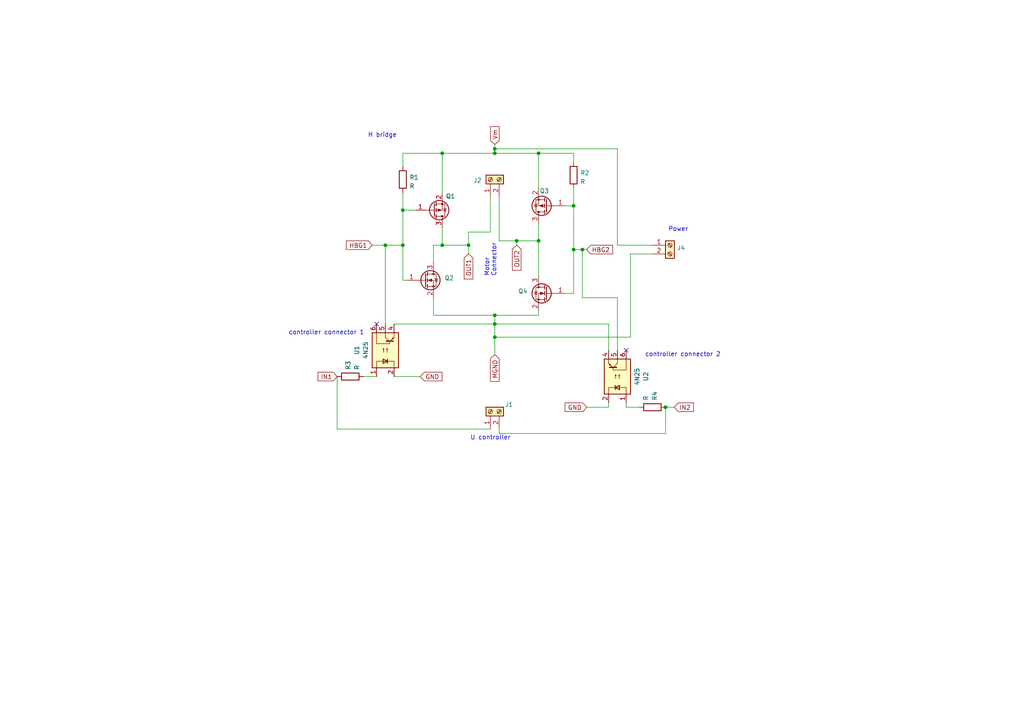
<source format=kicad_sch>
(kicad_sch
	(version 20250114)
	(generator "eeschema")
	(generator_version "9.0")
	(uuid "3d5fb0cd-65e8-4050-aa50-0da774712664")
	(paper "A4")
	(title_block
		(title "H-Bridge ")
		(date "2025-07-08")
		(company "own")
		(comment 1 "22221023_Farhan Masud")
	)
	(lib_symbols
		(symbol "AO3401A_1"
			(pin_names
				(hide yes)
			)
			(exclude_from_sim no)
			(in_bom yes)
			(on_board yes)
			(property "Reference" "Q"
				(at 5.08 1.905 0)
				(effects
					(font
						(size 1.27 1.27)
					)
					(justify left)
				)
			)
			(property "Value" "AO3401A"
				(at 5.08 0 0)
				(effects
					(font
						(size 1.27 1.27)
					)
					(justify left)
				)
			)
			(property "Footprint" "Package_TO_SOT_SMD:SOT-23"
				(at 5.08 -1.905 0)
				(effects
					(font
						(size 1.27 1.27)
						(italic yes)
					)
					(justify left)
					(hide yes)
				)
			)
			(property "Datasheet" "http://www.aosmd.com/pdfs/datasheet/AO3401A.pdf"
				(at 5.08 -3.81 0)
				(effects
					(font
						(size 1.27 1.27)
					)
					(justify left)
					(hide yes)
				)
			)
			(property "Description" "-4.0A Id, -30V Vds, P-Channel MOSFET, SOT-23"
				(at 0 0 0)
				(effects
					(font
						(size 1.27 1.27)
					)
					(hide yes)
				)
			)
			(property "ki_keywords" "P-Channel MOSFET"
				(at 0 0 0)
				(effects
					(font
						(size 1.27 1.27)
					)
					(hide yes)
				)
			)
			(property "ki_fp_filters" "SOT?23*"
				(at 0 0 0)
				(effects
					(font
						(size 1.27 1.27)
					)
					(hide yes)
				)
			)
			(symbol "AO3401A_1_0_1"
				(polyline
					(pts
						(xy 0.254 1.905) (xy 0.254 -1.905)
					)
					(stroke
						(width 0.254)
						(type default)
					)
					(fill
						(type none)
					)
				)
				(polyline
					(pts
						(xy 0.254 0) (xy -2.54 0)
					)
					(stroke
						(width 0)
						(type default)
					)
					(fill
						(type none)
					)
				)
				(polyline
					(pts
						(xy 0.762 2.286) (xy 0.762 1.27)
					)
					(stroke
						(width 0.254)
						(type default)
					)
					(fill
						(type none)
					)
				)
				(polyline
					(pts
						(xy 0.762 1.778) (xy 3.302 1.778) (xy 3.302 -1.778) (xy 0.762 -1.778)
					)
					(stroke
						(width 0)
						(type default)
					)
					(fill
						(type none)
					)
				)
				(polyline
					(pts
						(xy 0.762 0.508) (xy 0.762 -0.508)
					)
					(stroke
						(width 0.254)
						(type default)
					)
					(fill
						(type none)
					)
				)
				(polyline
					(pts
						(xy 0.762 -1.27) (xy 0.762 -2.286)
					)
					(stroke
						(width 0.254)
						(type default)
					)
					(fill
						(type none)
					)
				)
				(circle
					(center 1.651 0)
					(radius 2.794)
					(stroke
						(width 0.254)
						(type default)
					)
					(fill
						(type none)
					)
				)
				(polyline
					(pts
						(xy 2.286 0) (xy 1.27 0.381) (xy 1.27 -0.381) (xy 2.286 0)
					)
					(stroke
						(width 0)
						(type default)
					)
					(fill
						(type outline)
					)
				)
				(polyline
					(pts
						(xy 2.54 2.54) (xy 2.54 1.778)
					)
					(stroke
						(width 0)
						(type default)
					)
					(fill
						(type none)
					)
				)
				(circle
					(center 2.54 1.778)
					(radius 0.254)
					(stroke
						(width 0)
						(type default)
					)
					(fill
						(type outline)
					)
				)
				(circle
					(center 2.54 -1.778)
					(radius 0.254)
					(stroke
						(width 0)
						(type default)
					)
					(fill
						(type outline)
					)
				)
				(polyline
					(pts
						(xy 2.54 -2.54) (xy 2.54 0) (xy 0.762 0)
					)
					(stroke
						(width 0)
						(type default)
					)
					(fill
						(type none)
					)
				)
				(polyline
					(pts
						(xy 2.794 -0.508) (xy 2.921 -0.381) (xy 3.683 -0.381) (xy 3.81 -0.254)
					)
					(stroke
						(width 0)
						(type default)
					)
					(fill
						(type none)
					)
				)
				(polyline
					(pts
						(xy 3.302 -0.381) (xy 2.921 0.254) (xy 3.683 0.254) (xy 3.302 -0.381)
					)
					(stroke
						(width 0)
						(type default)
					)
					(fill
						(type none)
					)
				)
			)
			(symbol "AO3401A_1_1_1"
				(pin input line
					(at -5.08 0 0)
					(length 2.54)
					(name "G"
						(effects
							(font
								(size 1.27 1.27)
							)
						)
					)
					(number "1"
						(effects
							(font
								(size 1.27 1.27)
							)
						)
					)
				)
				(pin passive line
					(at 2.54 5.08 270)
					(length 2.54)
					(name "D"
						(effects
							(font
								(size 1.27 1.27)
							)
						)
					)
					(number "3"
						(effects
							(font
								(size 1.27 1.27)
							)
						)
					)
				)
				(pin passive line
					(at 2.54 -5.08 90)
					(length 2.54)
					(name "S"
						(effects
							(font
								(size 1.27 1.27)
							)
						)
					)
					(number "2"
						(effects
							(font
								(size 1.27 1.27)
							)
						)
					)
				)
			)
			(embedded_fonts no)
		)
		(symbol "Connector:Screw_Terminal_01x02"
			(pin_names
				(offset 1.016)
				(hide yes)
			)
			(exclude_from_sim no)
			(in_bom yes)
			(on_board yes)
			(property "Reference" "J"
				(at 0 2.54 0)
				(effects
					(font
						(size 1.27 1.27)
					)
				)
			)
			(property "Value" "Screw_Terminal_01x02"
				(at 0 -5.08 0)
				(effects
					(font
						(size 1.27 1.27)
					)
				)
			)
			(property "Footprint" ""
				(at 0 0 0)
				(effects
					(font
						(size 1.27 1.27)
					)
					(hide yes)
				)
			)
			(property "Datasheet" "~"
				(at 0 0 0)
				(effects
					(font
						(size 1.27 1.27)
					)
					(hide yes)
				)
			)
			(property "Description" "Generic screw terminal, single row, 01x02, script generated (kicad-library-utils/schlib/autogen/connector/)"
				(at 0 0 0)
				(effects
					(font
						(size 1.27 1.27)
					)
					(hide yes)
				)
			)
			(property "ki_keywords" "screw terminal"
				(at 0 0 0)
				(effects
					(font
						(size 1.27 1.27)
					)
					(hide yes)
				)
			)
			(property "ki_fp_filters" "TerminalBlock*:*"
				(at 0 0 0)
				(effects
					(font
						(size 1.27 1.27)
					)
					(hide yes)
				)
			)
			(symbol "Screw_Terminal_01x02_1_1"
				(rectangle
					(start -1.27 1.27)
					(end 1.27 -3.81)
					(stroke
						(width 0.254)
						(type default)
					)
					(fill
						(type background)
					)
				)
				(polyline
					(pts
						(xy -0.5334 0.3302) (xy 0.3302 -0.508)
					)
					(stroke
						(width 0.1524)
						(type default)
					)
					(fill
						(type none)
					)
				)
				(polyline
					(pts
						(xy -0.5334 -2.2098) (xy 0.3302 -3.048)
					)
					(stroke
						(width 0.1524)
						(type default)
					)
					(fill
						(type none)
					)
				)
				(polyline
					(pts
						(xy -0.3556 0.508) (xy 0.508 -0.3302)
					)
					(stroke
						(width 0.1524)
						(type default)
					)
					(fill
						(type none)
					)
				)
				(polyline
					(pts
						(xy -0.3556 -2.032) (xy 0.508 -2.8702)
					)
					(stroke
						(width 0.1524)
						(type default)
					)
					(fill
						(type none)
					)
				)
				(circle
					(center 0 0)
					(radius 0.635)
					(stroke
						(width 0.1524)
						(type default)
					)
					(fill
						(type none)
					)
				)
				(circle
					(center 0 -2.54)
					(radius 0.635)
					(stroke
						(width 0.1524)
						(type default)
					)
					(fill
						(type none)
					)
				)
				(pin passive line
					(at -5.08 0 0)
					(length 3.81)
					(name "Pin_1"
						(effects
							(font
								(size 1.27 1.27)
							)
						)
					)
					(number "1"
						(effects
							(font
								(size 1.27 1.27)
							)
						)
					)
				)
				(pin passive line
					(at -5.08 -2.54 0)
					(length 3.81)
					(name "Pin_2"
						(effects
							(font
								(size 1.27 1.27)
							)
						)
					)
					(number "2"
						(effects
							(font
								(size 1.27 1.27)
							)
						)
					)
				)
			)
			(embedded_fonts no)
		)
		(symbol "Device:R"
			(pin_numbers
				(hide yes)
			)
			(pin_names
				(offset 0)
			)
			(exclude_from_sim no)
			(in_bom yes)
			(on_board yes)
			(property "Reference" "R"
				(at 2.032 0 90)
				(effects
					(font
						(size 1.27 1.27)
					)
				)
			)
			(property "Value" "R"
				(at 0 0 90)
				(effects
					(font
						(size 1.27 1.27)
					)
				)
			)
			(property "Footprint" ""
				(at -1.778 0 90)
				(effects
					(font
						(size 1.27 1.27)
					)
					(hide yes)
				)
			)
			(property "Datasheet" "~"
				(at 0 0 0)
				(effects
					(font
						(size 1.27 1.27)
					)
					(hide yes)
				)
			)
			(property "Description" "Resistor"
				(at 0 0 0)
				(effects
					(font
						(size 1.27 1.27)
					)
					(hide yes)
				)
			)
			(property "ki_keywords" "R res resistor"
				(at 0 0 0)
				(effects
					(font
						(size 1.27 1.27)
					)
					(hide yes)
				)
			)
			(property "ki_fp_filters" "R_*"
				(at 0 0 0)
				(effects
					(font
						(size 1.27 1.27)
					)
					(hide yes)
				)
			)
			(symbol "R_0_1"
				(rectangle
					(start -1.016 -2.54)
					(end 1.016 2.54)
					(stroke
						(width 0.254)
						(type default)
					)
					(fill
						(type none)
					)
				)
			)
			(symbol "R_1_1"
				(pin passive line
					(at 0 3.81 270)
					(length 1.27)
					(name "~"
						(effects
							(font
								(size 1.27 1.27)
							)
						)
					)
					(number "1"
						(effects
							(font
								(size 1.27 1.27)
							)
						)
					)
				)
				(pin passive line
					(at 0 -3.81 90)
					(length 1.27)
					(name "~"
						(effects
							(font
								(size 1.27 1.27)
							)
						)
					)
					(number "2"
						(effects
							(font
								(size 1.27 1.27)
							)
						)
					)
				)
			)
			(embedded_fonts no)
		)
		(symbol "IRLML0030_1"
			(pin_names
				(hide yes)
			)
			(exclude_from_sim no)
			(in_bom yes)
			(on_board yes)
			(property "Reference" "Q"
				(at 5.08 1.905 0)
				(effects
					(font
						(size 1.27 1.27)
					)
					(justify left)
				)
			)
			(property "Value" "IRLML0030"
				(at 5.08 0 0)
				(effects
					(font
						(size 1.27 1.27)
					)
					(justify left)
				)
			)
			(property "Footprint" "Package_TO_SOT_SMD:SOT-23"
				(at 5.08 -1.905 0)
				(effects
					(font
						(size 1.27 1.27)
						(italic yes)
					)
					(justify left)
					(hide yes)
				)
			)
			(property "Datasheet" "https://www.infineon.com/dgdl/irlml0030pbf.pdf?fileId=5546d462533600a401535664773825df"
				(at 5.08 -3.81 0)
				(effects
					(font
						(size 1.27 1.27)
					)
					(justify left)
					(hide yes)
				)
			)
			(property "Description" "5.3A Id, 30V Vds, 27mOhm Rds, N-Channel HEXFET Power MOSFET, SOT-23"
				(at 0 0 0)
				(effects
					(font
						(size 1.27 1.27)
					)
					(hide yes)
				)
			)
			(property "ki_keywords" "N-Channel HEXFET MOSFET Logic-Level"
				(at 0 0 0)
				(effects
					(font
						(size 1.27 1.27)
					)
					(hide yes)
				)
			)
			(property "ki_fp_filters" "SOT?23*"
				(at 0 0 0)
				(effects
					(font
						(size 1.27 1.27)
					)
					(hide yes)
				)
			)
			(symbol "IRLML0030_1_0_1"
				(polyline
					(pts
						(xy 0.254 1.905) (xy 0.254 -1.905)
					)
					(stroke
						(width 0.254)
						(type default)
					)
					(fill
						(type none)
					)
				)
				(polyline
					(pts
						(xy 0.254 0) (xy -2.54 0)
					)
					(stroke
						(width 0)
						(type default)
					)
					(fill
						(type none)
					)
				)
				(polyline
					(pts
						(xy 0.762 2.286) (xy 0.762 1.27)
					)
					(stroke
						(width 0.254)
						(type default)
					)
					(fill
						(type none)
					)
				)
				(polyline
					(pts
						(xy 0.762 0.508) (xy 0.762 -0.508)
					)
					(stroke
						(width 0.254)
						(type default)
					)
					(fill
						(type none)
					)
				)
				(polyline
					(pts
						(xy 0.762 -1.27) (xy 0.762 -2.286)
					)
					(stroke
						(width 0.254)
						(type default)
					)
					(fill
						(type none)
					)
				)
				(polyline
					(pts
						(xy 0.762 -1.778) (xy 3.302 -1.778) (xy 3.302 1.778) (xy 0.762 1.778)
					)
					(stroke
						(width 0)
						(type default)
					)
					(fill
						(type none)
					)
				)
				(polyline
					(pts
						(xy 1.016 0) (xy 2.032 0.381) (xy 2.032 -0.381) (xy 1.016 0)
					)
					(stroke
						(width 0)
						(type default)
					)
					(fill
						(type outline)
					)
				)
				(circle
					(center 1.651 0)
					(radius 2.794)
					(stroke
						(width 0.254)
						(type default)
					)
					(fill
						(type none)
					)
				)
				(polyline
					(pts
						(xy 2.54 2.54) (xy 2.54 1.778)
					)
					(stroke
						(width 0)
						(type default)
					)
					(fill
						(type none)
					)
				)
				(circle
					(center 2.54 1.778)
					(radius 0.254)
					(stroke
						(width 0)
						(type default)
					)
					(fill
						(type outline)
					)
				)
				(circle
					(center 2.54 -1.778)
					(radius 0.254)
					(stroke
						(width 0)
						(type default)
					)
					(fill
						(type outline)
					)
				)
				(polyline
					(pts
						(xy 2.54 -2.54) (xy 2.54 0) (xy 0.762 0)
					)
					(stroke
						(width 0)
						(type default)
					)
					(fill
						(type none)
					)
				)
				(polyline
					(pts
						(xy 2.794 0.508) (xy 2.921 0.381) (xy 3.683 0.381) (xy 3.81 0.254)
					)
					(stroke
						(width 0)
						(type default)
					)
					(fill
						(type none)
					)
				)
				(polyline
					(pts
						(xy 3.302 0.381) (xy 2.921 -0.254) (xy 3.683 -0.254) (xy 3.302 0.381)
					)
					(stroke
						(width 0)
						(type default)
					)
					(fill
						(type none)
					)
				)
			)
			(symbol "IRLML0030_1_1_1"
				(pin input line
					(at -5.08 0 0)
					(length 2.54)
					(name "G"
						(effects
							(font
								(size 1.27 1.27)
							)
						)
					)
					(number "1"
						(effects
							(font
								(size 1.27 1.27)
							)
						)
					)
				)
				(pin passive line
					(at 2.54 5.08 270)
					(length 2.54)
					(name "D"
						(effects
							(font
								(size 1.27 1.27)
							)
						)
					)
					(number "3"
						(effects
							(font
								(size 1.27 1.27)
							)
						)
					)
				)
				(pin passive line
					(at 2.54 -5.08 90)
					(length 2.54)
					(name "S"
						(effects
							(font
								(size 1.27 1.27)
							)
						)
					)
					(number "2"
						(effects
							(font
								(size 1.27 1.27)
							)
						)
					)
				)
			)
			(embedded_fonts no)
		)
		(symbol "Isolator:4N25"
			(pin_names
				(offset 1.016)
			)
			(exclude_from_sim no)
			(in_bom yes)
			(on_board yes)
			(property "Reference" "U"
				(at -5.08 5.08 0)
				(effects
					(font
						(size 1.27 1.27)
					)
					(justify left)
				)
			)
			(property "Value" "4N25"
				(at 0 5.08 0)
				(effects
					(font
						(size 1.27 1.27)
					)
					(justify left)
				)
			)
			(property "Footprint" "Package_DIP:DIP-6_W7.62mm"
				(at -5.08 -5.08 0)
				(effects
					(font
						(size 1.27 1.27)
						(italic yes)
					)
					(justify left)
					(hide yes)
				)
			)
			(property "Datasheet" "https://www.vishay.com/docs/83725/4n25.pdf"
				(at 0 0 0)
				(effects
					(font
						(size 1.27 1.27)
					)
					(justify left)
					(hide yes)
				)
			)
			(property "Description" "DC Optocoupler Base Connected, Vce 30V, CTR 20%, Viso 2500V, DIP6"
				(at 0 0 0)
				(effects
					(font
						(size 1.27 1.27)
					)
					(hide yes)
				)
			)
			(property "ki_keywords" "NPN DC Optocoupler Base Connected"
				(at 0 0 0)
				(effects
					(font
						(size 1.27 1.27)
					)
					(hide yes)
				)
			)
			(property "ki_fp_filters" "DIP*W7.62mm*"
				(at 0 0 0)
				(effects
					(font
						(size 1.27 1.27)
					)
					(hide yes)
				)
			)
			(symbol "4N25_0_1"
				(rectangle
					(start -5.08 3.81)
					(end 5.08 -3.81)
					(stroke
						(width 0.254)
						(type default)
					)
					(fill
						(type background)
					)
				)
				(polyline
					(pts
						(xy -5.08 -2.54) (xy -3.175 -2.54) (xy -3.175 2.54) (xy -5.08 2.54)
					)
					(stroke
						(width 0)
						(type default)
					)
					(fill
						(type none)
					)
				)
				(polyline
					(pts
						(xy -3.81 -0.635) (xy -2.54 -0.635)
					)
					(stroke
						(width 0.254)
						(type default)
					)
					(fill
						(type none)
					)
				)
				(polyline
					(pts
						(xy -3.175 -0.635) (xy -3.81 0.635) (xy -2.54 0.635) (xy -3.175 -0.635)
					)
					(stroke
						(width 0.254)
						(type default)
					)
					(fill
						(type none)
					)
				)
				(polyline
					(pts
						(xy -0.635 0.508) (xy 0.635 0.508) (xy 0.254 0.381) (xy 0.254 0.635) (xy 0.635 0.508)
					)
					(stroke
						(width 0)
						(type default)
					)
					(fill
						(type none)
					)
				)
				(polyline
					(pts
						(xy -0.635 -0.508) (xy 0.635 -0.508) (xy 0.254 -0.635) (xy 0.254 -0.381) (xy 0.635 -0.508)
					)
					(stroke
						(width 0)
						(type default)
					)
					(fill
						(type none)
					)
				)
				(polyline
					(pts
						(xy 2.667 -0.254) (xy 2.667 -2.286) (xy 2.667 -2.286)
					)
					(stroke
						(width 0.3556)
						(type default)
					)
					(fill
						(type none)
					)
				)
				(polyline
					(pts
						(xy 2.667 -1.143) (xy 3.81 0)
					)
					(stroke
						(width 0)
						(type default)
					)
					(fill
						(type none)
					)
				)
				(polyline
					(pts
						(xy 2.667 -1.397) (xy 3.81 -2.54)
					)
					(stroke
						(width 0)
						(type default)
					)
					(fill
						(type none)
					)
				)
				(polyline
					(pts
						(xy 3.683 -2.413) (xy 3.429 -1.905) (xy 3.175 -2.159) (xy 3.683 -2.413)
					)
					(stroke
						(width 0)
						(type default)
					)
					(fill
						(type none)
					)
				)
				(polyline
					(pts
						(xy 3.81 0) (xy 5.08 0)
					)
					(stroke
						(width 0)
						(type default)
					)
					(fill
						(type none)
					)
				)
				(polyline
					(pts
						(xy 3.81 -2.54) (xy 5.08 -2.54)
					)
					(stroke
						(width 0)
						(type default)
					)
					(fill
						(type none)
					)
				)
				(polyline
					(pts
						(xy 5.08 2.54) (xy 1.905 2.54) (xy 1.905 -1.27) (xy 2.54 -1.27)
					)
					(stroke
						(width 0)
						(type default)
					)
					(fill
						(type none)
					)
				)
			)
			(symbol "4N25_1_1"
				(pin passive line
					(at -7.62 2.54 0)
					(length 2.54)
					(name "~"
						(effects
							(font
								(size 1.27 1.27)
							)
						)
					)
					(number "1"
						(effects
							(font
								(size 1.27 1.27)
							)
						)
					)
				)
				(pin passive line
					(at -7.62 -2.54 0)
					(length 2.54)
					(name "~"
						(effects
							(font
								(size 1.27 1.27)
							)
						)
					)
					(number "2"
						(effects
							(font
								(size 1.27 1.27)
							)
						)
					)
				)
				(pin no_connect line
					(at -5.08 0 0)
					(length 2.54)
					(hide yes)
					(name "NC"
						(effects
							(font
								(size 1.27 1.27)
							)
						)
					)
					(number "3"
						(effects
							(font
								(size 1.27 1.27)
							)
						)
					)
				)
				(pin passive line
					(at 7.62 2.54 180)
					(length 2.54)
					(name "~"
						(effects
							(font
								(size 1.27 1.27)
							)
						)
					)
					(number "6"
						(effects
							(font
								(size 1.27 1.27)
							)
						)
					)
				)
				(pin passive line
					(at 7.62 0 180)
					(length 2.54)
					(name "~"
						(effects
							(font
								(size 1.27 1.27)
							)
						)
					)
					(number "5"
						(effects
							(font
								(size 1.27 1.27)
							)
						)
					)
				)
				(pin passive line
					(at 7.62 -2.54 180)
					(length 2.54)
					(name "~"
						(effects
							(font
								(size 1.27 1.27)
							)
						)
					)
					(number "4"
						(effects
							(font
								(size 1.27 1.27)
							)
						)
					)
				)
			)
			(embedded_fonts no)
		)
		(symbol "Transistor_FET:AO3401A"
			(pin_names
				(hide yes)
			)
			(exclude_from_sim no)
			(in_bom yes)
			(on_board yes)
			(property "Reference" "Q"
				(at 5.08 1.905 0)
				(effects
					(font
						(size 1.27 1.27)
					)
					(justify left)
				)
			)
			(property "Value" "AO3401A"
				(at 5.08 0 0)
				(effects
					(font
						(size 1.27 1.27)
					)
					(justify left)
				)
			)
			(property "Footprint" "Package_TO_SOT_SMD:SOT-23"
				(at 5.08 -1.905 0)
				(effects
					(font
						(size 1.27 1.27)
						(italic yes)
					)
					(justify left)
					(hide yes)
				)
			)
			(property "Datasheet" "http://www.aosmd.com/pdfs/datasheet/AO3401A.pdf"
				(at 5.08 -3.81 0)
				(effects
					(font
						(size 1.27 1.27)
					)
					(justify left)
					(hide yes)
				)
			)
			(property "Description" "-4.0A Id, -30V Vds, P-Channel MOSFET, SOT-23"
				(at 0 0 0)
				(effects
					(font
						(size 1.27 1.27)
					)
					(hide yes)
				)
			)
			(property "ki_keywords" "P-Channel MOSFET"
				(at 0 0 0)
				(effects
					(font
						(size 1.27 1.27)
					)
					(hide yes)
				)
			)
			(property "ki_fp_filters" "SOT?23*"
				(at 0 0 0)
				(effects
					(font
						(size 1.27 1.27)
					)
					(hide yes)
				)
			)
			(symbol "AO3401A_0_1"
				(polyline
					(pts
						(xy 0.254 1.905) (xy 0.254 -1.905)
					)
					(stroke
						(width 0.254)
						(type default)
					)
					(fill
						(type none)
					)
				)
				(polyline
					(pts
						(xy 0.254 0) (xy -2.54 0)
					)
					(stroke
						(width 0)
						(type default)
					)
					(fill
						(type none)
					)
				)
				(polyline
					(pts
						(xy 0.762 2.286) (xy 0.762 1.27)
					)
					(stroke
						(width 0.254)
						(type default)
					)
					(fill
						(type none)
					)
				)
				(polyline
					(pts
						(xy 0.762 1.778) (xy 3.302 1.778) (xy 3.302 -1.778) (xy 0.762 -1.778)
					)
					(stroke
						(width 0)
						(type default)
					)
					(fill
						(type none)
					)
				)
				(polyline
					(pts
						(xy 0.762 0.508) (xy 0.762 -0.508)
					)
					(stroke
						(width 0.254)
						(type default)
					)
					(fill
						(type none)
					)
				)
				(polyline
					(pts
						(xy 0.762 -1.27) (xy 0.762 -2.286)
					)
					(stroke
						(width 0.254)
						(type default)
					)
					(fill
						(type none)
					)
				)
				(circle
					(center 1.651 0)
					(radius 2.794)
					(stroke
						(width 0.254)
						(type default)
					)
					(fill
						(type none)
					)
				)
				(polyline
					(pts
						(xy 2.286 0) (xy 1.27 0.381) (xy 1.27 -0.381) (xy 2.286 0)
					)
					(stroke
						(width 0)
						(type default)
					)
					(fill
						(type outline)
					)
				)
				(polyline
					(pts
						(xy 2.54 2.54) (xy 2.54 1.778)
					)
					(stroke
						(width 0)
						(type default)
					)
					(fill
						(type none)
					)
				)
				(circle
					(center 2.54 1.778)
					(radius 0.254)
					(stroke
						(width 0)
						(type default)
					)
					(fill
						(type outline)
					)
				)
				(circle
					(center 2.54 -1.778)
					(radius 0.254)
					(stroke
						(width 0)
						(type default)
					)
					(fill
						(type outline)
					)
				)
				(polyline
					(pts
						(xy 2.54 -2.54) (xy 2.54 0) (xy 0.762 0)
					)
					(stroke
						(width 0)
						(type default)
					)
					(fill
						(type none)
					)
				)
				(polyline
					(pts
						(xy 2.794 -0.508) (xy 2.921 -0.381) (xy 3.683 -0.381) (xy 3.81 -0.254)
					)
					(stroke
						(width 0)
						(type default)
					)
					(fill
						(type none)
					)
				)
				(polyline
					(pts
						(xy 3.302 -0.381) (xy 2.921 0.254) (xy 3.683 0.254) (xy 3.302 -0.381)
					)
					(stroke
						(width 0)
						(type default)
					)
					(fill
						(type none)
					)
				)
			)
			(symbol "AO3401A_1_1"
				(pin input line
					(at -5.08 0 0)
					(length 2.54)
					(name "G"
						(effects
							(font
								(size 1.27 1.27)
							)
						)
					)
					(number "1"
						(effects
							(font
								(size 1.27 1.27)
							)
						)
					)
				)
				(pin passive line
					(at 2.54 5.08 270)
					(length 2.54)
					(name "D"
						(effects
							(font
								(size 1.27 1.27)
							)
						)
					)
					(number "3"
						(effects
							(font
								(size 1.27 1.27)
							)
						)
					)
				)
				(pin passive line
					(at 2.54 -5.08 90)
					(length 2.54)
					(name "S"
						(effects
							(font
								(size 1.27 1.27)
							)
						)
					)
					(number "2"
						(effects
							(font
								(size 1.27 1.27)
							)
						)
					)
				)
			)
			(embedded_fonts no)
		)
		(symbol "Transistor_FET:IRLML0030"
			(pin_names
				(hide yes)
			)
			(exclude_from_sim no)
			(in_bom yes)
			(on_board yes)
			(property "Reference" "Q"
				(at 5.08 1.905 0)
				(effects
					(font
						(size 1.27 1.27)
					)
					(justify left)
				)
			)
			(property "Value" "IRLML0030"
				(at 5.08 0 0)
				(effects
					(font
						(size 1.27 1.27)
					)
					(justify left)
				)
			)
			(property "Footprint" "Package_TO_SOT_SMD:SOT-23"
				(at 5.08 -1.905 0)
				(effects
					(font
						(size 1.27 1.27)
						(italic yes)
					)
					(justify left)
					(hide yes)
				)
			)
			(property "Datasheet" "https://www.infineon.com/dgdl/irlml0030pbf.pdf?fileId=5546d462533600a401535664773825df"
				(at 5.08 -3.81 0)
				(effects
					(font
						(size 1.27 1.27)
					)
					(justify left)
					(hide yes)
				)
			)
			(property "Description" "5.3A Id, 30V Vds, 27mOhm Rds, N-Channel HEXFET Power MOSFET, SOT-23"
				(at 0 0 0)
				(effects
					(font
						(size 1.27 1.27)
					)
					(hide yes)
				)
			)
			(property "ki_keywords" "N-Channel HEXFET MOSFET Logic-Level"
				(at 0 0 0)
				(effects
					(font
						(size 1.27 1.27)
					)
					(hide yes)
				)
			)
			(property "ki_fp_filters" "SOT?23*"
				(at 0 0 0)
				(effects
					(font
						(size 1.27 1.27)
					)
					(hide yes)
				)
			)
			(symbol "IRLML0030_0_1"
				(polyline
					(pts
						(xy 0.254 1.905) (xy 0.254 -1.905)
					)
					(stroke
						(width 0.254)
						(type default)
					)
					(fill
						(type none)
					)
				)
				(polyline
					(pts
						(xy 0.254 0) (xy -2.54 0)
					)
					(stroke
						(width 0)
						(type default)
					)
					(fill
						(type none)
					)
				)
				(polyline
					(pts
						(xy 0.762 2.286) (xy 0.762 1.27)
					)
					(stroke
						(width 0.254)
						(type default)
					)
					(fill
						(type none)
					)
				)
				(polyline
					(pts
						(xy 0.762 0.508) (xy 0.762 -0.508)
					)
					(stroke
						(width 0.254)
						(type default)
					)
					(fill
						(type none)
					)
				)
				(polyline
					(pts
						(xy 0.762 -1.27) (xy 0.762 -2.286)
					)
					(stroke
						(width 0.254)
						(type default)
					)
					(fill
						(type none)
					)
				)
				(polyline
					(pts
						(xy 0.762 -1.778) (xy 3.302 -1.778) (xy 3.302 1.778) (xy 0.762 1.778)
					)
					(stroke
						(width 0)
						(type default)
					)
					(fill
						(type none)
					)
				)
				(polyline
					(pts
						(xy 1.016 0) (xy 2.032 0.381) (xy 2.032 -0.381) (xy 1.016 0)
					)
					(stroke
						(width 0)
						(type default)
					)
					(fill
						(type outline)
					)
				)
				(circle
					(center 1.651 0)
					(radius 2.794)
					(stroke
						(width 0.254)
						(type default)
					)
					(fill
						(type none)
					)
				)
				(polyline
					(pts
						(xy 2.54 2.54) (xy 2.54 1.778)
					)
					(stroke
						(width 0)
						(type default)
					)
					(fill
						(type none)
					)
				)
				(circle
					(center 2.54 1.778)
					(radius 0.254)
					(stroke
						(width 0)
						(type default)
					)
					(fill
						(type outline)
					)
				)
				(circle
					(center 2.54 -1.778)
					(radius 0.254)
					(stroke
						(width 0)
						(type default)
					)
					(fill
						(type outline)
					)
				)
				(polyline
					(pts
						(xy 2.54 -2.54) (xy 2.54 0) (xy 0.762 0)
					)
					(stroke
						(width 0)
						(type default)
					)
					(fill
						(type none)
					)
				)
				(polyline
					(pts
						(xy 2.794 0.508) (xy 2.921 0.381) (xy 3.683 0.381) (xy 3.81 0.254)
					)
					(stroke
						(width 0)
						(type default)
					)
					(fill
						(type none)
					)
				)
				(polyline
					(pts
						(xy 3.302 0.381) (xy 2.921 -0.254) (xy 3.683 -0.254) (xy 3.302 0.381)
					)
					(stroke
						(width 0)
						(type default)
					)
					(fill
						(type none)
					)
				)
			)
			(symbol "IRLML0030_1_1"
				(pin input line
					(at -5.08 0 0)
					(length 2.54)
					(name "G"
						(effects
							(font
								(size 1.27 1.27)
							)
						)
					)
					(number "1"
						(effects
							(font
								(size 1.27 1.27)
							)
						)
					)
				)
				(pin passive line
					(at 2.54 5.08 270)
					(length 2.54)
					(name "D"
						(effects
							(font
								(size 1.27 1.27)
							)
						)
					)
					(number "3"
						(effects
							(font
								(size 1.27 1.27)
							)
						)
					)
				)
				(pin passive line
					(at 2.54 -5.08 90)
					(length 2.54)
					(name "S"
						(effects
							(font
								(size 1.27 1.27)
							)
						)
					)
					(number "2"
						(effects
							(font
								(size 1.27 1.27)
							)
						)
					)
				)
			)
			(embedded_fonts no)
		)
	)
	(text "Motor \nConnector"
		(exclude_from_sim no)
		(at 144.018 80.264 90)
		(effects
			(font
				(size 1.27 1.27)
			)
			(justify left bottom)
		)
		(uuid "128655e5-038e-4f79-9ccf-258528598eff")
	)
	(text "U controller "
		(exclude_from_sim no)
		(at 149.098 127.762 0)
		(effects
			(font
				(size 1.27 1.27)
			)
			(justify right bottom)
		)
		(uuid "3fd4d4d1-778d-4648-8566-abae0eac1451")
	)
	(text "controller connector 1"
		(exclude_from_sim no)
		(at 105.664 97.282 0)
		(effects
			(font
				(size 1.27 1.27)
			)
			(justify right bottom)
		)
		(uuid "59dde34f-e3c3-45b9-b8c6-e5eafb0a7b74")
	)
	(text "H bridge"
		(exclude_from_sim no)
		(at 106.68 40.005 0)
		(effects
			(font
				(size 1.27 1.27)
			)
			(justify left bottom)
		)
		(uuid "6bdf6968-0d21-429e-89b4-8dbf7bdbcafb")
	)
	(text "Power"
		(exclude_from_sim no)
		(at 193.802 67.31 0)
		(effects
			(font
				(size 1.27 1.27)
			)
			(justify left bottom)
		)
		(uuid "c402ffd4-1f80-453e-a616-dcce2a1c6f3a")
	)
	(text "controller connector 2"
		(exclude_from_sim no)
		(at 209.042 103.632 0)
		(effects
			(font
				(size 1.27 1.27)
			)
			(justify right bottom)
		)
		(uuid "c48aef61-0b83-471d-9a7e-d6446122f7b9")
	)
	(junction
		(at 193.04 118.11)
		(diameter 0)
		(color 0 0 0 0)
		(uuid "3167ec3c-fa97-40c6-a11e-9049aba762fd")
	)
	(junction
		(at 166.37 72.39)
		(diameter 0)
		(color 0 0 0 0)
		(uuid "575d20e8-2fbb-4179-b3ac-0b8bbc65bf2a")
	)
	(junction
		(at 128.27 71.12)
		(diameter 0)
		(color 0 0 0 0)
		(uuid "5aa44527-507e-4458-b671-af690b08c54f")
	)
	(junction
		(at 156.21 69.85)
		(diameter 0)
		(color 0 0 0 0)
		(uuid "7f43d52d-a0fa-47bd-b035-36acea30c153")
	)
	(junction
		(at 166.37 59.69)
		(diameter 0)
		(color 0 0 0 0)
		(uuid "85c86258-e0a8-4128-ab47-ad0bbcc0b83d")
	)
	(junction
		(at 143.51 43.18)
		(diameter 0)
		(color 0 0 0 0)
		(uuid "87fc07f8-f36b-4f0c-80fa-0f0f1e780c47")
	)
	(junction
		(at 135.89 71.12)
		(diameter 0)
		(color 0 0 0 0)
		(uuid "a64ccaa6-ef55-45ef-b096-f1c956d3d7c6")
	)
	(junction
		(at 168.91 72.39)
		(diameter 0)
		(color 0 0 0 0)
		(uuid "af602a77-80af-478b-a69b-8c68c2a846f5")
	)
	(junction
		(at 116.84 71.12)
		(diameter 0)
		(color 0 0 0 0)
		(uuid "b1b6d8ae-16f6-4690-b13a-f1dee6aeed2a")
	)
	(junction
		(at 143.51 44.45)
		(diameter 0)
		(color 0 0 0 0)
		(uuid "b24f7b1a-0657-4255-9c1e-343cbfaa8a3d")
	)
	(junction
		(at 143.51 93.98)
		(diameter 0)
		(color 0 0 0 0)
		(uuid "bfddb120-a697-47a5-8b70-bd189e01d4af")
	)
	(junction
		(at 143.51 97.79)
		(diameter 0)
		(color 0 0 0 0)
		(uuid "ccbe2339-550c-4efa-825a-5ee71964d741")
	)
	(junction
		(at 143.51 91.44)
		(diameter 0)
		(color 0 0 0 0)
		(uuid "dc6302e1-f2a8-4ea3-af72-9869fec3c85f")
	)
	(junction
		(at 149.86 69.85)
		(diameter 0)
		(color 0 0 0 0)
		(uuid "dca04368-2cd8-4654-b06e-061fd37d7fce")
	)
	(junction
		(at 111.76 71.12)
		(diameter 0)
		(color 0 0 0 0)
		(uuid "df5400e4-9ed8-4e5a-89a3-9284da4dd7fa")
	)
	(junction
		(at 116.84 60.96)
		(diameter 0)
		(color 0 0 0 0)
		(uuid "ec89ca70-217f-4919-8118-7cc2a3f949ca")
	)
	(junction
		(at 156.21 44.45)
		(diameter 0)
		(color 0 0 0 0)
		(uuid "eec610b0-876f-4d94-9348-496456a807d0")
	)
	(junction
		(at 128.27 44.45)
		(diameter 0)
		(color 0 0 0 0)
		(uuid "f5aa7e22-4989-4059-b672-53b84e877653")
	)
	(no_connect
		(at 109.22 93.98)
		(uuid "14767c50-7403-40e7-a29f-11f0e4ba0abd")
	)
	(no_connect
		(at 181.61 101.6)
		(uuid "f933b510-c473-4709-a196-2d9668a359b6")
	)
	(wire
		(pts
			(xy 166.37 59.69) (xy 166.37 72.39)
		)
		(stroke
			(width 0)
			(type default)
		)
		(uuid "004e843f-71f5-4f12-be37-961d3d982520")
	)
	(wire
		(pts
			(xy 107.95 71.12) (xy 111.76 71.12)
		)
		(stroke
			(width 0)
			(type default)
		)
		(uuid "036b9bf3-6a27-4209-be15-5b1ab5e79501")
	)
	(wire
		(pts
			(xy 116.84 81.28) (xy 118.11 81.28)
		)
		(stroke
			(width 0)
			(type default)
		)
		(uuid "03ee0903-446b-417c-9bc8-17884cbc6f2f")
	)
	(wire
		(pts
			(xy 182.88 73.66) (xy 182.88 97.79)
		)
		(stroke
			(width 0)
			(type default)
		)
		(uuid "059036ac-d4f6-4450-8f98-e01e41cc0aaf")
	)
	(wire
		(pts
			(xy 143.51 91.44) (xy 156.21 91.44)
		)
		(stroke
			(width 0)
			(type default)
		)
		(uuid "06b6142b-6831-4029-9f18-375a45db1421")
	)
	(wire
		(pts
			(xy 144.78 124.46) (xy 144.78 125.73)
		)
		(stroke
			(width 0)
			(type default)
		)
		(uuid "073307f4-c1ba-49fc-8b38-270706275fd1")
	)
	(wire
		(pts
			(xy 156.21 44.45) (xy 143.51 44.45)
		)
		(stroke
			(width 0)
			(type default)
		)
		(uuid "076322a0-da7d-421c-ace8-ef5d919ffb06")
	)
	(wire
		(pts
			(xy 170.18 72.39) (xy 168.91 72.39)
		)
		(stroke
			(width 0)
			(type default)
		)
		(uuid "08940d3f-aab6-4f1b-92fb-36752dc0e846")
	)
	(wire
		(pts
			(xy 128.27 71.12) (xy 135.89 71.12)
		)
		(stroke
			(width 0)
			(type default)
		)
		(uuid "0dfe9bea-5cf4-45c7-a624-f9f9ecfb0716")
	)
	(wire
		(pts
			(xy 166.37 85.09) (xy 163.83 85.09)
		)
		(stroke
			(width 0)
			(type default)
		)
		(uuid "0f61acb8-6a70-4c69-844f-cc29c846987b")
	)
	(wire
		(pts
			(xy 176.53 93.98) (xy 176.53 101.6)
		)
		(stroke
			(width 0)
			(type default)
		)
		(uuid "112bade6-9a81-4127-bed5-03c441a2f6b2")
	)
	(wire
		(pts
			(xy 143.51 44.45) (xy 128.27 44.45)
		)
		(stroke
			(width 0)
			(type default)
		)
		(uuid "1e45454e-495d-487f-bd16-14f2caba3e54")
	)
	(wire
		(pts
			(xy 176.53 118.11) (xy 170.18 118.11)
		)
		(stroke
			(width 0)
			(type default)
		)
		(uuid "1f1f6436-b648-4eea-87a4-929cc97e9eb6")
	)
	(wire
		(pts
			(xy 97.79 124.46) (xy 97.79 109.22)
		)
		(stroke
			(width 0)
			(type default)
		)
		(uuid "257f2b35-d160-44f8-bcd7-21e39a47bbb4")
	)
	(wire
		(pts
			(xy 135.89 71.12) (xy 135.89 67.31)
		)
		(stroke
			(width 0)
			(type default)
		)
		(uuid "2d34dcd5-fd3e-4d29-9d74-4dcdd8daa064")
	)
	(wire
		(pts
			(xy 116.84 60.96) (xy 116.84 71.12)
		)
		(stroke
			(width 0)
			(type default)
		)
		(uuid "30846c82-3c5c-4a8a-9144-cdc70f117c37")
	)
	(wire
		(pts
			(xy 166.37 46.99) (xy 166.37 44.45)
		)
		(stroke
			(width 0)
			(type default)
		)
		(uuid "3320261b-512c-4e55-a7bf-d30a757537c2")
	)
	(wire
		(pts
			(xy 125.73 91.44) (xy 143.51 91.44)
		)
		(stroke
			(width 0)
			(type default)
		)
		(uuid "3abbeae2-fac2-412d-9751-eaf19cf6f3bf")
	)
	(wire
		(pts
			(xy 156.21 69.85) (xy 156.21 80.01)
		)
		(stroke
			(width 0)
			(type default)
		)
		(uuid "3c630ce5-998d-4c0d-902a-83850ed87114")
	)
	(wire
		(pts
			(xy 143.51 91.44) (xy 143.51 93.98)
		)
		(stroke
			(width 0)
			(type default)
		)
		(uuid "5041b5eb-1146-4db6-9596-4862b2180f07")
	)
	(wire
		(pts
			(xy 179.07 71.12) (xy 189.23 71.12)
		)
		(stroke
			(width 0)
			(type default)
		)
		(uuid "50e1d899-2fa1-41d5-886c-b1ba393c9d46")
	)
	(wire
		(pts
			(xy 120.65 60.96) (xy 116.84 60.96)
		)
		(stroke
			(width 0)
			(type default)
		)
		(uuid "550015a4-9f07-4355-8994-c4483916d01c")
	)
	(wire
		(pts
			(xy 111.76 71.12) (xy 116.84 71.12)
		)
		(stroke
			(width 0)
			(type default)
		)
		(uuid "5775e1a9-a6ec-4d38-8094-3c0a86b106dc")
	)
	(wire
		(pts
			(xy 168.91 72.39) (xy 166.37 72.39)
		)
		(stroke
			(width 0)
			(type default)
		)
		(uuid "5bed7ee5-8b9a-4381-bda6-859a85b7cee4")
	)
	(wire
		(pts
			(xy 166.37 72.39) (xy 166.37 85.09)
		)
		(stroke
			(width 0)
			(type default)
		)
		(uuid "6316595b-2b5f-4308-86da-a862432197b1")
	)
	(wire
		(pts
			(xy 166.37 54.61) (xy 166.37 59.69)
		)
		(stroke
			(width 0)
			(type default)
		)
		(uuid "646fd758-f24a-409e-8bc0-619614f64fe0")
	)
	(wire
		(pts
			(xy 149.86 71.12) (xy 149.86 69.85)
		)
		(stroke
			(width 0)
			(type default)
		)
		(uuid "68ddf0c2-72eb-4569-a0d6-256932441a90")
	)
	(wire
		(pts
			(xy 156.21 64.77) (xy 156.21 69.85)
		)
		(stroke
			(width 0)
			(type default)
		)
		(uuid "69eff912-09a5-4b65-98f4-85ee4fc347bc")
	)
	(wire
		(pts
			(xy 128.27 44.45) (xy 116.84 44.45)
		)
		(stroke
			(width 0)
			(type default)
		)
		(uuid "6b441a05-364b-4b1a-abad-3121b16af165")
	)
	(wire
		(pts
			(xy 166.37 44.45) (xy 156.21 44.45)
		)
		(stroke
			(width 0)
			(type default)
		)
		(uuid "7072f4c4-f85d-444e-ad4a-ab3b12b95893")
	)
	(wire
		(pts
			(xy 179.07 86.36) (xy 179.07 101.6)
		)
		(stroke
			(width 0)
			(type default)
		)
		(uuid "72e3c0d6-fbc6-4e7a-8e6c-277e9460f16f")
	)
	(wire
		(pts
			(xy 111.76 93.98) (xy 111.76 71.12)
		)
		(stroke
			(width 0)
			(type default)
		)
		(uuid "78474ee6-d960-4649-a279-1c80624d8b92")
	)
	(wire
		(pts
			(xy 128.27 55.88) (xy 128.27 44.45)
		)
		(stroke
			(width 0)
			(type default)
		)
		(uuid "7bac742d-5f62-4d4b-97f1-a1dda5fdcea4")
	)
	(wire
		(pts
			(xy 143.51 93.98) (xy 114.3 93.98)
		)
		(stroke
			(width 0)
			(type default)
		)
		(uuid "7dd1f676-3650-4f9f-9ac6-485957172644")
	)
	(wire
		(pts
			(xy 135.89 67.31) (xy 142.24 67.31)
		)
		(stroke
			(width 0)
			(type default)
		)
		(uuid "84596710-9561-4da7-8fe4-6278f4a58844")
	)
	(wire
		(pts
			(xy 143.51 93.98) (xy 176.53 93.98)
		)
		(stroke
			(width 0)
			(type default)
		)
		(uuid "854ec459-3886-4b49-960f-54dfe20c2b6c")
	)
	(wire
		(pts
			(xy 125.73 71.12) (xy 125.73 76.2)
		)
		(stroke
			(width 0)
			(type default)
		)
		(uuid "8f0433d7-3f3b-4df2-af80-508be7d44248")
	)
	(wire
		(pts
			(xy 144.78 125.73) (xy 193.04 125.73)
		)
		(stroke
			(width 0)
			(type default)
		)
		(uuid "974a5470-2d32-44c5-bf17-e3f01365be5e")
	)
	(wire
		(pts
			(xy 156.21 54.61) (xy 156.21 44.45)
		)
		(stroke
			(width 0)
			(type default)
		)
		(uuid "985dc087-c4ec-4385-99ca-e9fa3e49046a")
	)
	(wire
		(pts
			(xy 128.27 66.04) (xy 128.27 71.12)
		)
		(stroke
			(width 0)
			(type default)
		)
		(uuid "98f46f34-91ab-4b5f-a604-9480f4087cd9")
	)
	(wire
		(pts
			(xy 114.3 109.22) (xy 121.92 109.22)
		)
		(stroke
			(width 0)
			(type default)
		)
		(uuid "9ce5229e-50a9-4578-a807-9977f6d5720b")
	)
	(wire
		(pts
			(xy 109.22 109.22) (xy 105.41 109.22)
		)
		(stroke
			(width 0)
			(type default)
		)
		(uuid "a2a4b5aa-96a4-436d-98c6-3fcc54a11868")
	)
	(wire
		(pts
			(xy 142.24 57.15) (xy 142.24 67.31)
		)
		(stroke
			(width 0)
			(type default)
		)
		(uuid "a5020e61-cb2c-4233-8670-595381b77047")
	)
	(wire
		(pts
			(xy 116.84 71.12) (xy 116.84 81.28)
		)
		(stroke
			(width 0)
			(type default)
		)
		(uuid "ab33d282-f74b-468a-8555-84db55ebbecd")
	)
	(wire
		(pts
			(xy 193.04 118.11) (xy 193.04 125.73)
		)
		(stroke
			(width 0)
			(type default)
		)
		(uuid "ac1a094f-e19b-4f47-b2b3-8c5174077e4c")
	)
	(wire
		(pts
			(xy 143.51 41.91) (xy 143.51 43.18)
		)
		(stroke
			(width 0)
			(type default)
		)
		(uuid "b16c2dd6-24fa-46b4-989b-e72f3a6c1357")
	)
	(wire
		(pts
			(xy 144.78 57.15) (xy 144.78 69.85)
		)
		(stroke
			(width 0)
			(type default)
		)
		(uuid "b1ec08a0-58d1-40e5-b041-11776446593e")
	)
	(wire
		(pts
			(xy 193.04 118.11) (xy 195.58 118.11)
		)
		(stroke
			(width 0)
			(type default)
		)
		(uuid "be85dccf-0535-4d70-98e2-cfd6f78eb323")
	)
	(wire
		(pts
			(xy 181.61 118.11) (xy 185.42 118.11)
		)
		(stroke
			(width 0)
			(type default)
		)
		(uuid "c05d4d52-253f-442a-a72b-a2c9537f437c")
	)
	(wire
		(pts
			(xy 143.51 43.18) (xy 179.07 43.18)
		)
		(stroke
			(width 0)
			(type default)
		)
		(uuid "c5d47245-ede4-4008-a519-ea93837f56db")
	)
	(wire
		(pts
			(xy 142.24 124.46) (xy 97.79 124.46)
		)
		(stroke
			(width 0)
			(type default)
		)
		(uuid "c700be20-6a94-412d-8534-3c61bce47289")
	)
	(wire
		(pts
			(xy 128.27 71.12) (xy 125.73 71.12)
		)
		(stroke
			(width 0)
			(type default)
		)
		(uuid "c87c21dc-2bf8-4669-bf67-0142c6e647b6")
	)
	(wire
		(pts
			(xy 163.83 59.69) (xy 166.37 59.69)
		)
		(stroke
			(width 0)
			(type default)
		)
		(uuid "cb826f06-b3c7-470c-a2ca-8762230fdf3a")
	)
	(wire
		(pts
			(xy 143.51 43.18) (xy 143.51 44.45)
		)
		(stroke
			(width 0)
			(type default)
		)
		(uuid "ccaf7a95-af7a-4e41-ae19-41e10777bbed")
	)
	(wire
		(pts
			(xy 144.78 69.85) (xy 149.86 69.85)
		)
		(stroke
			(width 0)
			(type default)
		)
		(uuid "cd089906-5ade-4880-9bef-978715304cfe")
	)
	(wire
		(pts
			(xy 179.07 43.18) (xy 179.07 71.12)
		)
		(stroke
			(width 0)
			(type default)
		)
		(uuid "d57a3212-27d5-48a3-b863-aacf6df50439")
	)
	(wire
		(pts
			(xy 135.89 71.12) (xy 135.89 73.66)
		)
		(stroke
			(width 0)
			(type default)
		)
		(uuid "d63f14cb-b932-45d5-aa1e-f1d1f465e7b0")
	)
	(wire
		(pts
			(xy 116.84 55.88) (xy 116.84 60.96)
		)
		(stroke
			(width 0)
			(type default)
		)
		(uuid "da057bad-ff88-414a-9dfe-d6fa06e26b5f")
	)
	(wire
		(pts
			(xy 149.86 69.85) (xy 156.21 69.85)
		)
		(stroke
			(width 0)
			(type default)
		)
		(uuid "e2b1b776-aede-4bf2-9aba-fb6e3a7e78a7")
	)
	(wire
		(pts
			(xy 143.51 93.98) (xy 143.51 97.79)
		)
		(stroke
			(width 0)
			(type default)
		)
		(uuid "e4e77d70-da09-43a1-8443-d2c55d309656")
	)
	(wire
		(pts
			(xy 125.73 86.36) (xy 125.73 91.44)
		)
		(stroke
			(width 0)
			(type default)
		)
		(uuid "e71c4373-064a-445f-9d9a-d0bd0c890edd")
	)
	(wire
		(pts
			(xy 176.53 116.84) (xy 176.53 118.11)
		)
		(stroke
			(width 0)
			(type default)
		)
		(uuid "e7d1ae52-2b75-4e23-8e4d-2a28b52620a7")
	)
	(wire
		(pts
			(xy 116.84 44.45) (xy 116.84 48.26)
		)
		(stroke
			(width 0)
			(type default)
		)
		(uuid "e9eb68bf-471f-46c6-a95e-6a66eec91714")
	)
	(wire
		(pts
			(xy 168.91 72.39) (xy 168.91 86.36)
		)
		(stroke
			(width 0)
			(type default)
		)
		(uuid "ebb3ddec-611c-4acc-816a-7cd17063b758")
	)
	(wire
		(pts
			(xy 156.21 91.44) (xy 156.21 90.17)
		)
		(stroke
			(width 0)
			(type default)
		)
		(uuid "ec125a6b-8878-47d3-8664-47d26126135c")
	)
	(wire
		(pts
			(xy 189.23 73.66) (xy 182.88 73.66)
		)
		(stroke
			(width 0)
			(type default)
		)
		(uuid "efc00df9-fc8c-47e5-a848-ce9a75546c18")
	)
	(wire
		(pts
			(xy 182.88 97.79) (xy 143.51 97.79)
		)
		(stroke
			(width 0)
			(type default)
		)
		(uuid "f6cfbb0c-0219-46e2-bcdf-d4b4fd0f68ba")
	)
	(wire
		(pts
			(xy 181.61 116.84) (xy 181.61 118.11)
		)
		(stroke
			(width 0)
			(type default)
		)
		(uuid "f8850083-118d-47e6-bf3a-6ae046c92767")
	)
	(wire
		(pts
			(xy 168.91 86.36) (xy 179.07 86.36)
		)
		(stroke
			(width 0)
			(type default)
		)
		(uuid "fd8fcf93-44b4-4489-ab44-0c47d08b8391")
	)
	(wire
		(pts
			(xy 143.51 97.79) (xy 143.51 102.87)
		)
		(stroke
			(width 0)
			(type default)
		)
		(uuid "ffd95b66-599f-4986-9496-dd0af3cea3b1")
	)
	(global_label "HBG2"
		(shape input)
		(at 170.18 72.39 0)
		(fields_autoplaced yes)
		(effects
			(font
				(size 1.27 1.27)
			)
			(justify left)
		)
		(uuid "00529cff-fe5b-4e80-a477-34c51c953623")
		(property "Intersheetrefs" "${INTERSHEET_REFS}"
			(at 178.1658 72.39 0)
			(effects
				(font
					(size 1.27 1.27)
				)
				(justify left)
				(hide yes)
			)
		)
	)
	(global_label "MGND"
		(shape input)
		(at 143.51 102.87 270)
		(fields_autoplaced yes)
		(effects
			(font
				(size 1.27 1.27)
			)
			(justify right)
		)
		(uuid "01e6e306-68cf-40f8-b2ee-33bbb00a76d1")
		(property "Intersheetrefs" "${INTERSHEET_REFS}"
			(at 143.51 111.0977 90)
			(effects
				(font
					(size 1.27 1.27)
				)
				(justify right)
				(hide yes)
			)
		)
	)
	(global_label "OUT1"
		(shape input)
		(at 135.89 73.66 270)
		(fields_autoplaced yes)
		(effects
			(font
				(size 1.27 1.27)
			)
			(justify right)
		)
		(uuid "187ca2b8-4d32-4536-81ca-bfe3a76a38fe")
		(property "Intersheetrefs" "${INTERSHEET_REFS}"
			(at 135.89 81.4039 90)
			(effects
				(font
					(size 1.27 1.27)
				)
				(justify right)
				(hide yes)
			)
		)
	)
	(global_label "IN2"
		(shape input)
		(at 195.58 118.11 0)
		(fields_autoplaced yes)
		(effects
			(font
				(size 1.27 1.27)
			)
			(justify left)
		)
		(uuid "371a0784-c600-44e4-99b8-2d8e20b51b7a")
		(property "Intersheetrefs" "${INTERSHEET_REFS}"
			(at 201.71 118.11 0)
			(effects
				(font
					(size 1.27 1.27)
				)
				(justify left)
				(hide yes)
			)
		)
	)
	(global_label "Vm"
		(shape input)
		(at 143.51 41.91 90)
		(fields_autoplaced yes)
		(effects
			(font
				(size 1.27 1.27)
			)
			(justify left)
		)
		(uuid "3828c482-eb3b-4aa5-9f77-789fd3f56f39")
		(property "Intersheetrefs" "${INTERSHEET_REFS}"
			(at 143.51 36.2223 90)
			(effects
				(font
					(size 1.27 1.27)
				)
				(justify left)
				(hide yes)
			)
		)
	)
	(global_label "HBG1"
		(shape input)
		(at 107.95 71.12 180)
		(fields_autoplaced yes)
		(effects
			(font
				(size 1.27 1.27)
			)
			(justify right)
		)
		(uuid "5302b72c-e532-463f-89ad-ae74e926983f")
		(property "Intersheetrefs" "${INTERSHEET_REFS}"
			(at 99.9642 71.12 0)
			(effects
				(font
					(size 1.27 1.27)
				)
				(justify right)
				(hide yes)
			)
		)
	)
	(global_label "GND"
		(shape input)
		(at 121.92 109.22 0)
		(fields_autoplaced yes)
		(effects
			(font
				(size 1.27 1.27)
			)
			(justify left)
		)
		(uuid "6314a67a-74fe-4b3f-9bd2-e05106829490")
		(property "Intersheetrefs" "${INTERSHEET_REFS}"
			(at 128.7757 109.22 0)
			(effects
				(font
					(size 1.27 1.27)
				)
				(justify left)
				(hide yes)
			)
		)
	)
	(global_label "GND"
		(shape input)
		(at 170.18 118.11 180)
		(fields_autoplaced yes)
		(effects
			(font
				(size 1.27 1.27)
			)
			(justify right)
		)
		(uuid "8464f663-f48c-43f4-997b-30a8cbe66183")
		(property "Intersheetrefs" "${INTERSHEET_REFS}"
			(at 163.3243 118.11 0)
			(effects
				(font
					(size 1.27 1.27)
				)
				(justify right)
				(hide yes)
			)
		)
	)
	(global_label "IN1"
		(shape input)
		(at 97.79 109.22 180)
		(fields_autoplaced yes)
		(effects
			(font
				(size 1.27 1.27)
			)
			(justify right)
		)
		(uuid "88a72e52-bd75-473d-aef0-1cde4993baa2")
		(property "Intersheetrefs" "${INTERSHEET_REFS}"
			(at 91.66 109.22 0)
			(effects
				(font
					(size 1.27 1.27)
				)
				(justify right)
				(hide yes)
			)
		)
	)
	(global_label "OUT2"
		(shape input)
		(at 149.86 71.12 270)
		(fields_autoplaced yes)
		(effects
			(font
				(size 1.27 1.27)
			)
			(justify right)
		)
		(uuid "fe84b69d-cb57-4c91-9a1e-7cb8d8d03053")
		(property "Intersheetrefs" "${INTERSHEET_REFS}"
			(at 149.86 78.8639 90)
			(effects
				(font
					(size 1.27 1.27)
				)
				(justify right)
				(hide yes)
			)
		)
	)
	(symbol
		(lib_name "IRLML0030_1")
		(lib_id "Transistor_FET:IRLML0030")
		(at 158.75 85.09 0)
		(mirror y)
		(unit 1)
		(exclude_from_sim no)
		(in_bom yes)
		(on_board yes)
		(dnp no)
		(uuid "02453d25-4471-4f39-a8ff-7e1af9b2e5b3")
		(property "Reference" "Q4"
			(at 153.035 84.455 0)
			(effects
				(font
					(size 1.27 1.27)
				)
				(justify left)
			)
		)
		(property "Value" "IRLML0030"
			(at 153.035 86.995 0)
			(effects
				(font
					(size 1.27 1.27)
				)
				(justify left)
				(hide yes)
			)
		)
		(property "Footprint" "Package_TO_SOT_SMD:SOT-23"
			(at 153.67 86.995 0)
			(effects
				(font
					(size 1.27 1.27)
					(italic yes)
				)
				(justify left)
				(hide yes)
			)
		)
		(property "Datasheet" "https://www.infineon.com/dgdl/irlml0030pbf.pdf?fileId=5546d462533600a401535664773825df"
			(at 158.75 85.09 0)
			(effects
				(font
					(size 1.27 1.27)
				)
				(justify left)
				(hide yes)
			)
		)
		(property "Description" "5.3A Id, 30V Vds, 27mOhm Rds, N-Channel HEXFET Power MOSFET, SOT-23"
			(at 158.75 85.09 0)
			(effects
				(font
					(size 1.27 1.27)
				)
				(hide yes)
			)
		)
		(pin "1"
			(uuid "b69d62bb-46db-4f3a-ab49-d279339a0250")
		)
		(pin "2"
			(uuid "51b54bd7-d2d8-42f5-ae74-c0dbda261a33")
		)
		(pin "3"
			(uuid "e7a3864a-388f-44c5-aa69-dba68c85efc9")
		)
		(instances
			(project "H-Bridge DC Motor Controller"
				(path "/3d5fb0cd-65e8-4050-aa50-0da774712664"
					(reference "Q4")
					(unit 1)
				)
			)
		)
	)
	(symbol
		(lib_name "AO3401A_1")
		(lib_id "Transistor_FET:AO3401A")
		(at 125.73 60.96 0)
		(mirror x)
		(unit 1)
		(exclude_from_sim no)
		(in_bom yes)
		(on_board yes)
		(dnp no)
		(uuid "06fe7ac5-5048-4152-8999-1bf9b0f61953")
		(property "Reference" "Q1"
			(at 129.286 56.896 0)
			(effects
				(font
					(size 1.27 1.27)
				)
				(justify left)
			)
		)
		(property "Value" "AO3401A"
			(at 132.08 59.055 0)
			(effects
				(font
					(size 1.27 1.27)
				)
				(justify left)
				(hide yes)
			)
		)
		(property "Footprint" "Package_TO_SOT_SMD:SOT-23"
			(at 130.81 59.055 0)
			(effects
				(font
					(size 1.27 1.27)
					(italic yes)
				)
				(justify left)
				(hide yes)
			)
		)
		(property "Datasheet" "http://www.aosmd.com/pdfs/datasheet/AO3401A.pdf"
			(at 125.73 60.96 0)
			(effects
				(font
					(size 1.27 1.27)
				)
				(justify left)
				(hide yes)
			)
		)
		(property "Description" "-4.0A Id, -30V Vds, P-Channel MOSFET, SOT-23"
			(at 125.73 60.96 0)
			(effects
				(font
					(size 1.27 1.27)
				)
				(hide yes)
			)
		)
		(pin "1"
			(uuid "541a6b26-8b47-4925-86d4-65a9cde3a355")
		)
		(pin "2"
			(uuid "3d69b0c7-25e4-4e33-b9b2-1b3aea3bf7cc")
		)
		(pin "3"
			(uuid "5e313d41-91f1-48a6-b2b0-3284e798b325")
		)
		(instances
			(project "H-Bridge DC Motor Controller"
				(path "/3d5fb0cd-65e8-4050-aa50-0da774712664"
					(reference "Q1")
					(unit 1)
				)
			)
		)
	)
	(symbol
		(lib_id "Connector:Screw_Terminal_01x02")
		(at 142.24 119.38 90)
		(unit 1)
		(exclude_from_sim no)
		(in_bom yes)
		(on_board yes)
		(dnp no)
		(uuid "600b40f4-1cdb-426c-954a-f52b669da221")
		(property "Reference" "J1"
			(at 148.844 117.348 90)
			(effects
				(font
					(size 1.27 1.27)
				)
				(justify left)
			)
		)
		(property "Value" "Screw_Terminal_01x02"
			(at 145.415 116.205 0)
			(effects
				(font
					(size 1.27 1.27)
				)
				(justify left)
				(hide yes)
			)
		)
		(property "Footprint" "TerminalBlock_Phoenix:TerminalBlock_Phoenix_MKDS-1,5-2_1x02_P5.00mm_Horizontal"
			(at 142.24 119.38 0)
			(effects
				(font
					(size 1.27 1.27)
				)
				(hide yes)
			)
		)
		(property "Datasheet" "~"
			(at 142.24 119.38 0)
			(effects
				(font
					(size 1.27 1.27)
				)
				(hide yes)
			)
		)
		(property "Description" ""
			(at 142.24 119.38 0)
			(effects
				(font
					(size 1.27 1.27)
				)
			)
		)
		(pin "1"
			(uuid "4fa0e714-a001-44b9-b92e-1b012e368026")
		)
		(pin "2"
			(uuid "e511ff13-eff1-4e1c-959a-84904a7fce1e")
		)
		(instances
			(project "H-Bridge DC Motor Controller"
				(path "/3d5fb0cd-65e8-4050-aa50-0da774712664"
					(reference "J1")
					(unit 1)
				)
			)
		)
	)
	(symbol
		(lib_id "Device:R")
		(at 166.37 50.8 0)
		(unit 1)
		(exclude_from_sim no)
		(in_bom yes)
		(on_board yes)
		(dnp no)
		(fields_autoplaced yes)
		(uuid "66bff3e2-fe80-4c18-8ec0-a41c5a3bad94")
		(property "Reference" "R2"
			(at 168.275 50.165 0)
			(effects
				(font
					(size 1.27 1.27)
				)
				(justify left)
			)
		)
		(property "Value" "R"
			(at 168.275 52.705 0)
			(effects
				(font
					(size 1.27 1.27)
				)
				(justify left)
			)
		)
		(property "Footprint" "Resistor_THT:R_Axial_DIN0204_L3.6mm_D1.6mm_P5.08mm_Horizontal"
			(at 164.592 50.8 90)
			(effects
				(font
					(size 1.27 1.27)
				)
				(hide yes)
			)
		)
		(property "Datasheet" "~"
			(at 166.37 50.8 0)
			(effects
				(font
					(size 1.27 1.27)
				)
				(hide yes)
			)
		)
		(property "Description" ""
			(at 166.37 50.8 0)
			(effects
				(font
					(size 1.27 1.27)
				)
			)
		)
		(pin "1"
			(uuid "e2a43fe4-b1dc-4e12-9998-1241fbb13f92")
		)
		(pin "2"
			(uuid "de4a63b5-32df-4d4e-aa0f-4f953db1f25c")
		)
		(instances
			(project "H-Bridge DC Motor Controller"
				(path "/3d5fb0cd-65e8-4050-aa50-0da774712664"
					(reference "R2")
					(unit 1)
				)
			)
		)
	)
	(symbol
		(lib_id "Transistor_FET:AO3401A")
		(at 158.75 59.69 180)
		(unit 1)
		(exclude_from_sim no)
		(in_bom yes)
		(on_board yes)
		(dnp no)
		(uuid "7a8d8f63-1c7e-4204-90b0-d4f43e500817")
		(property "Reference" "Q3"
			(at 159.258 55.372 0)
			(effects
				(font
					(size 1.27 1.27)
				)
				(justify left)
			)
		)
		(property "Value" "AO3401A"
			(at 152.4 57.785 0)
			(effects
				(font
					(size 1.27 1.27)
				)
				(justify left)
				(hide yes)
			)
		)
		(property "Footprint" "Package_TO_SOT_SMD:SOT-23"
			(at 153.67 57.785 0)
			(effects
				(font
					(size 1.27 1.27)
					(italic yes)
				)
				(justify left)
				(hide yes)
			)
		)
		(property "Datasheet" "http://www.aosmd.com/pdfs/datasheet/AO3401A.pdf"
			(at 158.75 59.69 0)
			(effects
				(font
					(size 1.27 1.27)
				)
				(justify left)
				(hide yes)
			)
		)
		(property "Description" "-4.0A Id, -30V Vds, P-Channel MOSFET, SOT-23"
			(at 158.75 59.69 0)
			(effects
				(font
					(size 1.27 1.27)
				)
				(hide yes)
			)
		)
		(pin "1"
			(uuid "60d4ef2d-98ee-46e3-bf0a-d9c0a6c79818")
		)
		(pin "2"
			(uuid "b28ff570-af2a-42b5-9468-6ac3c226d039")
		)
		(pin "3"
			(uuid "b01f790c-7d3f-46c4-9c40-67e5716cd908")
		)
		(instances
			(project "H-Bridge DC Motor Controller"
				(path "/3d5fb0cd-65e8-4050-aa50-0da774712664"
					(reference "Q3")
					(unit 1)
				)
			)
		)
	)
	(symbol
		(lib_id "Isolator:4N25")
		(at 111.76 101.6 90)
		(unit 1)
		(exclude_from_sim no)
		(in_bom yes)
		(on_board yes)
		(dnp no)
		(fields_autoplaced yes)
		(uuid "81839b61-293e-435d-a284-061b3fcaaca4")
		(property "Reference" "U1"
			(at 103.505 101.6 0)
			(effects
				(font
					(size 1.27 1.27)
				)
			)
		)
		(property "Value" "4N25"
			(at 106.045 101.6 0)
			(effects
				(font
					(size 1.27 1.27)
				)
			)
		)
		(property "Footprint" "Package_DIP:DIP-6_W7.62mm"
			(at 116.84 106.68 0)
			(effects
				(font
					(size 1.27 1.27)
					(italic yes)
				)
				(justify left)
				(hide yes)
			)
		)
		(property "Datasheet" "https://www.vishay.com/docs/83725/4n25.pdf"
			(at 111.76 101.6 0)
			(effects
				(font
					(size 1.27 1.27)
				)
				(justify left)
				(hide yes)
			)
		)
		(property "Description" ""
			(at 111.76 101.6 0)
			(effects
				(font
					(size 1.27 1.27)
				)
			)
		)
		(pin "1"
			(uuid "be5b6af9-f412-4f8d-b14c-4f50dfc723d2")
		)
		(pin "2"
			(uuid "359a0fd4-adb5-4d3a-9e0c-d27fb8a5e529")
		)
		(pin "3"
			(uuid "c8991f1d-2078-44bd-9af6-c5bbacf6e3db")
		)
		(pin "4"
			(uuid "4a65b0d3-d7a4-4e1c-9c33-a5e7e48970f5")
		)
		(pin "5"
			(uuid "5384716e-c874-42d1-a67e-6a67ab6d5b00")
		)
		(pin "6"
			(uuid "93ef4e38-c84f-40c8-aa51-93ec937d6685")
		)
		(instances
			(project "H-Bridge DC Motor Controller"
				(path "/3d5fb0cd-65e8-4050-aa50-0da774712664"
					(reference "U1")
					(unit 1)
				)
			)
		)
	)
	(symbol
		(lib_id "Isolator:4N25")
		(at 179.07 109.22 270)
		(mirror x)
		(unit 1)
		(exclude_from_sim no)
		(in_bom yes)
		(on_board yes)
		(dnp no)
		(fields_autoplaced yes)
		(uuid "948a5f83-a73b-47c8-9ca5-96c1dfed10bb")
		(property "Reference" "U2"
			(at 187.325 109.22 0)
			(effects
				(font
					(size 1.27 1.27)
				)
			)
		)
		(property "Value" "4N25"
			(at 184.785 109.22 0)
			(effects
				(font
					(size 1.27 1.27)
				)
			)
		)
		(property "Footprint" "Package_DIP:DIP-6_W7.62mm"
			(at 173.99 114.3 0)
			(effects
				(font
					(size 1.27 1.27)
					(italic yes)
				)
				(justify left)
				(hide yes)
			)
		)
		(property "Datasheet" "https://www.vishay.com/docs/83725/4n25.pdf"
			(at 179.07 109.22 0)
			(effects
				(font
					(size 1.27 1.27)
				)
				(justify left)
				(hide yes)
			)
		)
		(property "Description" ""
			(at 179.07 109.22 0)
			(effects
				(font
					(size 1.27 1.27)
				)
			)
		)
		(pin "1"
			(uuid "e8d39867-c631-4478-a8b9-d8eb24282dc2")
		)
		(pin "2"
			(uuid "5a495d9e-a146-47b1-bea3-5807dd077854")
		)
		(pin "3"
			(uuid "70db8117-45fe-45cf-a277-68f47448fbed")
		)
		(pin "4"
			(uuid "a820f912-31bc-45e3-ae8f-5d7a9270e385")
		)
		(pin "5"
			(uuid "b9b11e22-ee5c-4836-aa1b-9d35d7838719")
		)
		(pin "6"
			(uuid "02069316-128b-4c81-bdb2-6c1095c3e8ea")
		)
		(instances
			(project "H-Bridge DC Motor Controller"
				(path "/3d5fb0cd-65e8-4050-aa50-0da774712664"
					(reference "U2")
					(unit 1)
				)
			)
		)
	)
	(symbol
		(lib_id "Connector:Screw_Terminal_01x02")
		(at 194.31 71.12 0)
		(unit 1)
		(exclude_from_sim no)
		(in_bom yes)
		(on_board yes)
		(dnp no)
		(uuid "9fb32f5a-e294-4bb6-af62-a627b91a34c2")
		(property "Reference" "J4"
			(at 196.342 71.882 0)
			(effects
				(font
					(size 1.27 1.27)
				)
				(justify left)
			)
		)
		(property "Value" "Screw_Terminal_01x02"
			(at 197.485 74.295 0)
			(effects
				(font
					(size 1.27 1.27)
				)
				(justify left)
				(hide yes)
			)
		)
		(property "Footprint" "TerminalBlock_Phoenix:TerminalBlock_Phoenix_MKDS-1,5-2-5.08_1x02_P5.08mm_Horizontal"
			(at 194.31 71.12 0)
			(effects
				(font
					(size 1.27 1.27)
				)
				(hide yes)
			)
		)
		(property "Datasheet" "~"
			(at 194.31 71.12 0)
			(effects
				(font
					(size 1.27 1.27)
				)
				(hide yes)
			)
		)
		(property "Description" ""
			(at 194.31 71.12 0)
			(effects
				(font
					(size 1.27 1.27)
				)
			)
		)
		(pin "1"
			(uuid "39a95b32-74c9-4d6e-9d74-880374909c0f")
		)
		(pin "2"
			(uuid "bdf89dfa-c0f0-452f-9e1a-f38ce1b4475d")
		)
		(instances
			(project "H-Bridge DC Motor Controller"
				(path "/3d5fb0cd-65e8-4050-aa50-0da774712664"
					(reference "J4")
					(unit 1)
				)
			)
		)
	)
	(symbol
		(lib_id "Connector:Screw_Terminal_01x02")
		(at 142.24 52.07 90)
		(unit 1)
		(exclude_from_sim no)
		(in_bom yes)
		(on_board yes)
		(dnp no)
		(uuid "a75dfaf2-4f30-4d9b-8ec6-9b339ad44349")
		(property "Reference" "J2"
			(at 139.7 52.324 90)
			(effects
				(font
					(size 1.27 1.27)
				)
				(justify left)
			)
		)
		(property "Value" "Screw_Terminal_01x02"
			(at 145.415 48.895 0)
			(effects
				(font
					(size 1.27 1.27)
				)
				(justify left)
				(hide yes)
			)
		)
		(property "Footprint" "TerminalBlock_Phoenix:TerminalBlock_Phoenix_MKDS-1,5-2_1x02_P5.00mm_Horizontal"
			(at 142.24 52.07 0)
			(effects
				(font
					(size 1.27 1.27)
				)
				(hide yes)
			)
		)
		(property "Datasheet" "~"
			(at 142.24 52.07 0)
			(effects
				(font
					(size 1.27 1.27)
				)
				(hide yes)
			)
		)
		(property "Description" ""
			(at 142.24 52.07 0)
			(effects
				(font
					(size 1.27 1.27)
				)
			)
		)
		(pin "1"
			(uuid "490671ee-e67f-47b8-be53-80c6635723d0")
		)
		(pin "2"
			(uuid "c98a4b7c-93d7-4839-b625-71ba0d8869d9")
		)
		(instances
			(project "H-Bridge DC Motor Controller"
				(path "/3d5fb0cd-65e8-4050-aa50-0da774712664"
					(reference "J2")
					(unit 1)
				)
			)
		)
	)
	(symbol
		(lib_id "Device:R")
		(at 116.84 52.07 0)
		(unit 1)
		(exclude_from_sim no)
		(in_bom yes)
		(on_board yes)
		(dnp no)
		(fields_autoplaced yes)
		(uuid "b3591ab3-8c9a-4489-931d-d4bd8d650bec")
		(property "Reference" "R1"
			(at 118.745 51.435 0)
			(effects
				(font
					(size 1.27 1.27)
				)
				(justify left)
			)
		)
		(property "Value" "R"
			(at 118.745 53.975 0)
			(effects
				(font
					(size 1.27 1.27)
				)
				(justify left)
			)
		)
		(property "Footprint" "Resistor_THT:R_Axial_DIN0204_L3.6mm_D1.6mm_P5.08mm_Horizontal"
			(at 115.062 52.07 90)
			(effects
				(font
					(size 1.27 1.27)
				)
				(hide yes)
			)
		)
		(property "Datasheet" "~"
			(at 116.84 52.07 0)
			(effects
				(font
					(size 1.27 1.27)
				)
				(hide yes)
			)
		)
		(property "Description" ""
			(at 116.84 52.07 0)
			(effects
				(font
					(size 1.27 1.27)
				)
			)
		)
		(pin "1"
			(uuid "42a05103-026c-44da-a50d-9a0f2f4e0785")
		)
		(pin "2"
			(uuid "36391ec0-5102-4a7a-86f6-f2da62552894")
		)
		(instances
			(project "H-Bridge DC Motor Controller"
				(path "/3d5fb0cd-65e8-4050-aa50-0da774712664"
					(reference "R1")
					(unit 1)
				)
			)
		)
	)
	(symbol
		(lib_id "Device:R")
		(at 101.6 109.22 90)
		(unit 1)
		(exclude_from_sim no)
		(in_bom yes)
		(on_board yes)
		(dnp no)
		(fields_autoplaced yes)
		(uuid "bfec3b2e-75e5-4a73-9f37-b226abf53ff5")
		(property "Reference" "R3"
			(at 100.965 107.315 0)
			(effects
				(font
					(size 1.27 1.27)
				)
				(justify left)
			)
		)
		(property "Value" "R"
			(at 103.505 107.315 0)
			(effects
				(font
					(size 1.27 1.27)
				)
				(justify left)
			)
		)
		(property "Footprint" "Resistor_THT:R_Axial_DIN0204_L3.6mm_D1.6mm_P5.08mm_Horizontal"
			(at 101.6 110.998 90)
			(effects
				(font
					(size 1.27 1.27)
				)
				(hide yes)
			)
		)
		(property "Datasheet" "~"
			(at 101.6 109.22 0)
			(effects
				(font
					(size 1.27 1.27)
				)
				(hide yes)
			)
		)
		(property "Description" ""
			(at 101.6 109.22 0)
			(effects
				(font
					(size 1.27 1.27)
				)
			)
		)
		(pin "1"
			(uuid "8694a1fc-998c-4edc-a94d-7f26e9124f72")
		)
		(pin "2"
			(uuid "6767e792-3bda-478e-b65e-8590abd6207b")
		)
		(instances
			(project "H-Bridge DC Motor Controller"
				(path "/3d5fb0cd-65e8-4050-aa50-0da774712664"
					(reference "R3")
					(unit 1)
				)
			)
		)
	)
	(symbol
		(lib_id "Device:R")
		(at 189.23 118.11 270)
		(mirror x)
		(unit 1)
		(exclude_from_sim no)
		(in_bom yes)
		(on_board yes)
		(dnp no)
		(fields_autoplaced yes)
		(uuid "e23ff33d-6a01-4b7c-ac41-64a788b658fe")
		(property "Reference" "R4"
			(at 189.865 116.205 0)
			(effects
				(font
					(size 1.27 1.27)
				)
				(justify left)
			)
		)
		(property "Value" "R"
			(at 187.325 116.205 0)
			(effects
				(font
					(size 1.27 1.27)
				)
				(justify left)
			)
		)
		(property "Footprint" "Resistor_THT:R_Axial_DIN0204_L3.6mm_D1.6mm_P5.08mm_Horizontal"
			(at 189.23 119.888 90)
			(effects
				(font
					(size 1.27 1.27)
				)
				(hide yes)
			)
		)
		(property "Datasheet" "~"
			(at 189.23 118.11 0)
			(effects
				(font
					(size 1.27 1.27)
				)
				(hide yes)
			)
		)
		(property "Description" ""
			(at 189.23 118.11 0)
			(effects
				(font
					(size 1.27 1.27)
				)
			)
		)
		(pin "1"
			(uuid "520c371d-9726-47b9-88db-6f612bc8b17b")
		)
		(pin "2"
			(uuid "5b24b85b-3703-4666-83b8-9b6939316a2b")
		)
		(instances
			(project "H-Bridge DC Motor Controller"
				(path "/3d5fb0cd-65e8-4050-aa50-0da774712664"
					(reference "R4")
					(unit 1)
				)
			)
		)
	)
	(symbol
		(lib_id "Transistor_FET:IRLML0030")
		(at 123.19 81.28 0)
		(unit 1)
		(exclude_from_sim no)
		(in_bom yes)
		(on_board yes)
		(dnp no)
		(fields_autoplaced yes)
		(uuid "f4a3aeb6-d695-4504-94ba-a371cb01dc77")
		(property "Reference" "Q2"
			(at 128.905 80.645 0)
			(effects
				(font
					(size 1.27 1.27)
				)
				(justify left)
			)
		)
		(property "Value" "IRLML0030"
			(at 128.905 83.185 0)
			(effects
				(font
					(size 1.27 1.27)
				)
				(justify left)
				(hide yes)
			)
		)
		(property "Footprint" "Package_TO_SOT_SMD:SOT-23"
			(at 128.27 83.185 0)
			(effects
				(font
					(size 1.27 1.27)
					(italic yes)
				)
				(justify left)
				(hide yes)
			)
		)
		(property "Datasheet" "https://www.infineon.com/dgdl/irlml0030pbf.pdf?fileId=5546d462533600a401535664773825df"
			(at 123.19 81.28 0)
			(effects
				(font
					(size 1.27 1.27)
				)
				(justify left)
				(hide yes)
			)
		)
		(property "Description" "5.3A Id, 30V Vds, 27mOhm Rds, N-Channel HEXFET Power MOSFET, SOT-23"
			(at 123.19 81.28 0)
			(effects
				(font
					(size 1.27 1.27)
				)
				(hide yes)
			)
		)
		(pin "1"
			(uuid "cfb04910-c32e-4530-87a9-feb0580ccf7b")
		)
		(pin "2"
			(uuid "bbc81594-8758-4b61-814f-e42b7b7d281d")
		)
		(pin "3"
			(uuid "c7460238-b85f-43f5-9f1f-726acd05fd72")
		)
		(instances
			(project "H-Bridge DC Motor Controller"
				(path "/3d5fb0cd-65e8-4050-aa50-0da774712664"
					(reference "Q2")
					(unit 1)
				)
			)
		)
	)
	(sheet_instances
		(path "/"
			(page "1")
		)
	)
	(embedded_fonts no)
)

</source>
